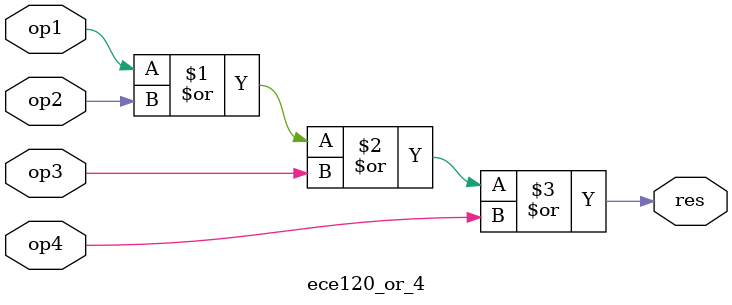
<source format=sv>
module ece120_or_4(
    input logic op1, op2, op3, op4,
    output logic res
    );
    assign res = op1 | op2 | op3 | op4;
endmodule
</source>
